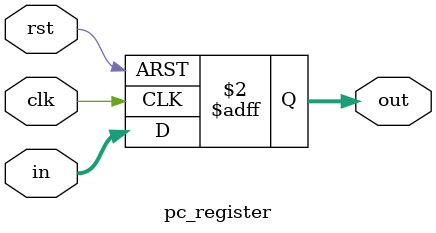
<source format=v>
module pc_register(input clk, rst,input [9:0] in, output reg[9:0] out);
  always @ (posedge clk , posedge rst)begin
    if(rst) out = 10'b0;
    else begin
      out <= in;
    end
  end
endmodule

</source>
